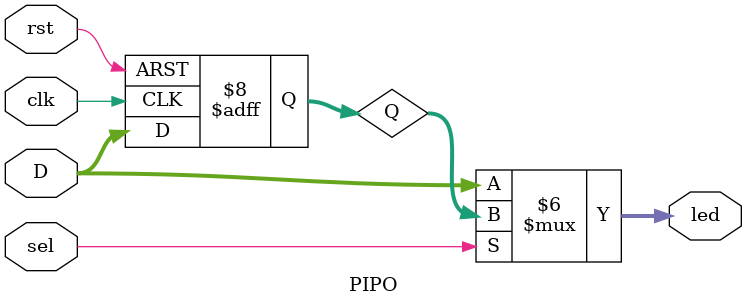
<source format=v>
`timescale 1ns / 1ps


module PIPO(

input [7:0]D, 
input clk, sel, rst,
output reg [7:0]led

    );
    
    reg [7:0]Q;
    
    //register
    always@(posedge(clk), posedge(rst))
        begin
            if(rst == 1)
                begin
                    Q <= 8'b00000000;
                end
            else
                begin
                    Q <= D;
                end
    end
    
    //mux
    always@(D,Q,sel)
        begin
            if(sel == 1)
                begin
                    led <= Q;
                end
            else
                begin
                    led <= D;
                end
    end
    
    
       
endmodule

</source>
